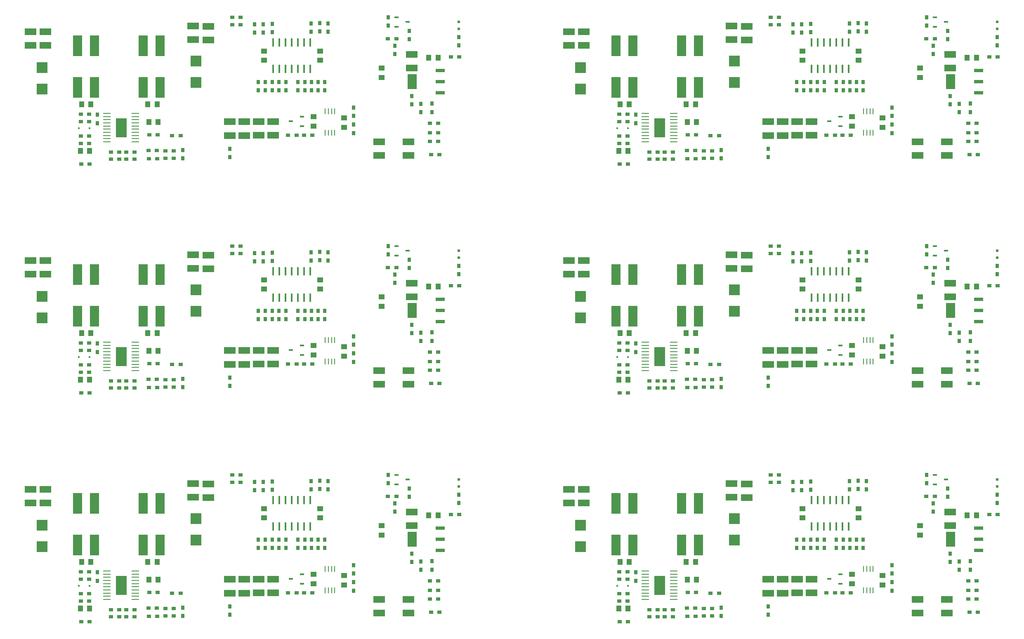
<source format=gbr>
G04 DipTrace 2.4.0.2*
%INTopPaste.gbr*%
%MOIN*%
%ADD27R,0.0236X0.0236*%
%ADD52R,0.0156X0.0707*%
%ADD54R,0.0077X0.0471*%
%ADD56R,0.0766X0.12*%
%ADD58R,0.0766X0.0294*%
%ADD60R,0.0904X0.1574*%
%ADD62R,0.0629X0.0077*%
%ADD64R,0.0766X0.1692*%
%ADD66R,0.0333X0.0176*%
%ADD76R,0.0156X0.0156*%
%ADD78R,0.0865X0.0865*%
%ADD80R,0.0314X0.0353*%
%ADD82R,0.0511X0.0432*%
%ADD84R,0.0432X0.0511*%
%ADD86R,0.0983X0.055*%
%ADD88R,0.0353X0.0314*%
%FSLAX44Y44*%
G04*
G70*
G90*
G75*
G01*
%LNTopPaste*%
%LPD*%
D88*
X9363Y2639D3*
X10032D3*
D86*
X17750Y4551D3*
Y5654D3*
X18921Y4551D3*
Y5654D3*
X20079Y4557D3*
Y5659D3*
X21230Y4557D3*
Y5659D3*
D88*
X11192Y2681D3*
X11861D3*
D84*
X6408Y3310D3*
X5660D3*
D88*
X11174Y3323D3*
X11843D3*
D84*
X11207Y5626D3*
X11955D3*
D82*
X26957Y5957D3*
Y5209D3*
X24492Y5311D3*
Y6059D3*
D86*
X14785Y12300D3*
Y13402D3*
X16003Y12282D3*
Y13384D3*
D84*
X5764Y7059D3*
X6512D3*
X11118Y7067D3*
X11866D3*
D80*
X20598Y8189D3*
Y8858D3*
X20440Y12876D3*
Y13546D3*
D86*
X2854Y12933D3*
Y11831D3*
X1635Y12937D3*
Y11835D3*
D80*
X24869Y8189D3*
Y8858D3*
X25003Y12957D3*
Y13626D3*
D84*
X34567Y10827D3*
X33819D3*
D86*
X32437Y10002D3*
Y11104D3*
D80*
X33187Y7102D3*
Y6433D3*
D82*
X20507Y10626D3*
Y11374D3*
X25052Y10626D3*
Y11374D3*
D86*
X29813Y2938D3*
Y4040D3*
X32188Y2938D3*
Y4040D3*
D82*
X30000Y9250D3*
Y9998D3*
D78*
X2587Y10031D3*
Y8299D3*
X15013Y10567D3*
Y8835D3*
D76*
X6414Y5150D3*
X5548D3*
D27*
X36240Y13750D3*
Y13159D3*
D66*
X31201Y14094D3*
Y13346D3*
X32106Y13720D3*
D88*
X8809Y3203D3*
X8140D3*
X8805Y2639D3*
X8136D3*
X10032Y3209D3*
X9363D3*
D80*
X13956Y3357D3*
Y2687D3*
D88*
X13212Y3306D3*
X12542D3*
X13210Y2690D3*
X12540D3*
X5699Y3908D3*
X6368D3*
X11250Y4596D3*
X11919D3*
X5711Y4494D3*
X6380D3*
X13757Y4550D3*
X13087D3*
X5705Y5674D3*
X6374D3*
X5719Y6261D3*
X6388D3*
X23750Y4562D3*
X24419D3*
X23125D3*
X22456D3*
D80*
X27753Y6126D3*
Y6795D3*
Y4750D3*
Y5420D3*
X21161Y8189D3*
Y8858D3*
X22260Y8189D3*
Y8858D3*
X20036Y8864D3*
Y8195D3*
X21190Y13564D3*
Y12895D3*
X21696Y8189D3*
Y8858D3*
X19752Y12876D3*
Y13546D3*
X24338Y8189D3*
Y8858D3*
X23252Y8189D3*
Y8858D3*
X25408Y8868D3*
Y8199D3*
X24315Y13608D3*
Y12939D3*
X23796Y8189D3*
Y8858D3*
X25690Y12939D3*
Y13608D3*
X31059Y11124D3*
Y11793D3*
D88*
X30522Y12372D3*
X31191D3*
X35591Y10906D3*
X36260D3*
D80*
X34062Y6451D3*
Y7120D3*
X32437Y7058D3*
Y7727D3*
X30541Y14094D3*
Y13425D3*
D88*
X18622Y13504D3*
X17953D3*
Y14094D3*
X18622D3*
X34000Y3000D3*
X34669D3*
X34563Y4063D3*
X33893D3*
D80*
X17756Y2815D3*
Y3484D3*
D88*
X34567Y4774D3*
X33898D3*
X34567Y5531D3*
X33898D3*
D80*
X32224Y12333D3*
Y13002D3*
X36250Y11841D3*
Y12510D3*
X7047Y6220D3*
Y5551D3*
D88*
X6398Y2224D3*
X5728D3*
D64*
X5445Y8441D3*
X6795D3*
Y11787D3*
X5445D3*
X10752Y8441D3*
X12102D3*
Y11787D3*
X10752D3*
D62*
X10105Y4031D3*
Y4287D3*
Y4543D3*
Y4799D3*
Y5055D3*
Y5311D3*
Y5567D3*
Y5823D3*
Y6079D3*
Y6335D3*
X7822D3*
Y6079D3*
Y5823D3*
Y5567D3*
Y5311D3*
Y5055D3*
Y4799D3*
Y4543D3*
Y4287D3*
Y4031D3*
D60*
X8964Y5183D3*
D58*
X34750Y7995D3*
Y8901D3*
Y9806D3*
D56*
X32467Y8901D3*
D54*
X25449Y4768D3*
X25705D3*
X25961D3*
X26217D3*
Y6500D3*
X25961D3*
X25705D3*
X25449D3*
D66*
X23565Y5313D3*
Y6061D3*
X22659Y5687D3*
D52*
X21252Y9939D3*
X21752D3*
X22252D3*
X22752D3*
X23252D3*
X23752D3*
X24252D3*
Y12065D3*
X23752D3*
X23252D3*
X22752D3*
X22252D3*
X21752D3*
X21252D3*
D88*
X52863Y2639D3*
X53532D3*
D86*
X61250Y4551D3*
Y5654D3*
X62421Y4551D3*
Y5654D3*
X63579Y4557D3*
Y5659D3*
X64730Y4557D3*
Y5659D3*
D88*
X54692Y2681D3*
X55361D3*
D84*
X49908Y3310D3*
X49160D3*
D88*
X54674Y3323D3*
X55343D3*
D84*
X54707Y5626D3*
X55455D3*
D82*
X70457Y5957D3*
Y5209D3*
X67992Y5311D3*
Y6059D3*
D86*
X58285Y12300D3*
Y13402D3*
X59503Y12282D3*
Y13384D3*
D84*
X49264Y7059D3*
X50012D3*
X54618Y7067D3*
X55366D3*
D80*
X64098Y8189D3*
Y8858D3*
X63940Y12876D3*
Y13546D3*
D86*
X46354Y12933D3*
Y11831D3*
X45135Y12937D3*
Y11835D3*
D80*
X68369Y8189D3*
Y8858D3*
X68503Y12957D3*
Y13626D3*
D84*
X78067Y10827D3*
X77319D3*
D86*
X75937Y10002D3*
Y11104D3*
D80*
X76687Y7102D3*
Y6433D3*
D82*
X64007Y10626D3*
Y11374D3*
X68552Y10626D3*
Y11374D3*
D86*
X73313Y2938D3*
Y4040D3*
X75688Y2938D3*
Y4040D3*
D82*
X73500Y9250D3*
Y9998D3*
D78*
X46087Y10031D3*
Y8299D3*
X58513Y10567D3*
Y8835D3*
D76*
X49914Y5150D3*
X49048D3*
D27*
X79740Y13750D3*
Y13159D3*
D66*
X74701Y14094D3*
Y13346D3*
X75606Y13720D3*
D88*
X52309Y3203D3*
X51640D3*
X52305Y2639D3*
X51636D3*
X53532Y3209D3*
X52863D3*
D80*
X57456Y3357D3*
Y2687D3*
D88*
X56712Y3306D3*
X56042D3*
X56710Y2690D3*
X56040D3*
X49199Y3908D3*
X49868D3*
X54750Y4596D3*
X55419D3*
X49211Y4494D3*
X49880D3*
X57257Y4550D3*
X56587D3*
X49205Y5674D3*
X49874D3*
X49219Y6261D3*
X49888D3*
X67250Y4562D3*
X67919D3*
X66625D3*
X65956D3*
D80*
X71253Y6126D3*
Y6795D3*
Y4750D3*
Y5420D3*
X64661Y8189D3*
Y8858D3*
X65760Y8189D3*
Y8858D3*
X63536Y8864D3*
Y8195D3*
X64690Y13564D3*
Y12895D3*
X65196Y8189D3*
Y8858D3*
X63252Y12876D3*
Y13546D3*
X67838Y8189D3*
Y8858D3*
X66752Y8189D3*
Y8858D3*
X68908Y8868D3*
Y8199D3*
X67815Y13608D3*
Y12939D3*
X67296Y8189D3*
Y8858D3*
X69190Y12939D3*
Y13608D3*
X74559Y11124D3*
Y11793D3*
D88*
X74022Y12372D3*
X74691D3*
X79091Y10906D3*
X79760D3*
D80*
X77562Y6451D3*
Y7120D3*
X75937Y7058D3*
Y7727D3*
X74041Y14094D3*
Y13425D3*
D88*
X62122Y13504D3*
X61453D3*
Y14094D3*
X62122D3*
X77500Y3000D3*
X78169D3*
X78063Y4063D3*
X77393D3*
D80*
X61256Y2815D3*
Y3484D3*
D88*
X78067Y4774D3*
X77398D3*
X78067Y5531D3*
X77398D3*
D80*
X75724Y12333D3*
Y13002D3*
X79750Y11841D3*
Y12510D3*
X50547Y6220D3*
Y5551D3*
D88*
X49898Y2224D3*
X49228D3*
D64*
X48945Y8441D3*
X50295D3*
Y11787D3*
X48945D3*
X54252Y8441D3*
X55602D3*
Y11787D3*
X54252D3*
D62*
X53605Y4031D3*
Y4287D3*
Y4543D3*
Y4799D3*
Y5055D3*
Y5311D3*
Y5567D3*
Y5823D3*
Y6079D3*
Y6335D3*
X51322D3*
Y6079D3*
Y5823D3*
Y5567D3*
Y5311D3*
Y5055D3*
Y4799D3*
Y4543D3*
Y4287D3*
Y4031D3*
D60*
X52464Y5183D3*
D58*
X78250Y7995D3*
Y8901D3*
Y9806D3*
D56*
X75967Y8901D3*
D54*
X68949Y4768D3*
X69205D3*
X69461D3*
X69717D3*
Y6500D3*
X69461D3*
X69205D3*
X68949D3*
D66*
X67065Y5313D3*
Y6061D3*
X66159Y5687D3*
D52*
X64752Y9939D3*
X65252D3*
X65752D3*
X66252D3*
X66752D3*
X67252D3*
X67752D3*
Y12065D3*
X67252D3*
X66752D3*
X66252D3*
X65752D3*
X65252D3*
X64752D3*
D88*
X9363Y21139D3*
X10032D3*
D86*
X17750Y23051D3*
Y24154D3*
X18921Y23051D3*
Y24154D3*
X20079Y23057D3*
Y24159D3*
X21230Y23057D3*
Y24159D3*
D88*
X11192Y21181D3*
X11861D3*
D84*
X6408Y21810D3*
X5660D3*
D88*
X11174Y21823D3*
X11843D3*
D84*
X11207Y24126D3*
X11955D3*
D82*
X26957Y24457D3*
Y23709D3*
X24492Y23811D3*
Y24559D3*
D86*
X14785Y30800D3*
Y31902D3*
X16003Y30782D3*
Y31884D3*
D84*
X5764Y25559D3*
X6512D3*
X11118Y25567D3*
X11866D3*
D80*
X20598Y26689D3*
Y27358D3*
X20440Y31376D3*
Y32046D3*
D86*
X2854Y31433D3*
Y30331D3*
X1635Y31437D3*
Y30335D3*
D80*
X24869Y26689D3*
Y27358D3*
X25003Y31457D3*
Y32126D3*
D84*
X34567Y29327D3*
X33819D3*
D86*
X32437Y28502D3*
Y29604D3*
D80*
X33187Y25602D3*
Y24933D3*
D82*
X20507Y29126D3*
Y29874D3*
X25052Y29126D3*
Y29874D3*
D86*
X29813Y21438D3*
Y22540D3*
X32188Y21438D3*
Y22540D3*
D82*
X30000Y27750D3*
Y28498D3*
D78*
X2587Y28531D3*
Y26799D3*
X15013Y29067D3*
Y27335D3*
D76*
X6414Y23650D3*
X5548D3*
D27*
X36240Y32250D3*
Y31659D3*
D66*
X31201Y32594D3*
Y31846D3*
X32106Y32220D3*
D88*
X8809Y21703D3*
X8140D3*
X8805Y21139D3*
X8136D3*
X10032Y21709D3*
X9363D3*
D80*
X13956Y21857D3*
Y21187D3*
D88*
X13212Y21806D3*
X12542D3*
X13210Y21190D3*
X12540D3*
X5699Y22408D3*
X6368D3*
X11250Y23096D3*
X11919D3*
X5711Y22994D3*
X6380D3*
X13757Y23050D3*
X13087D3*
X5705Y24174D3*
X6374D3*
X5719Y24761D3*
X6388D3*
X23750Y23062D3*
X24419D3*
X23125D3*
X22456D3*
D80*
X27753Y24626D3*
Y25295D3*
Y23250D3*
Y23920D3*
X21161Y26689D3*
Y27358D3*
X22260Y26689D3*
Y27358D3*
X20036Y27364D3*
Y26695D3*
X21190Y32064D3*
Y31395D3*
X21696Y26689D3*
Y27358D3*
X19752Y31376D3*
Y32046D3*
X24338Y26689D3*
Y27358D3*
X23252Y26689D3*
Y27358D3*
X25408Y27368D3*
Y26699D3*
X24315Y32108D3*
Y31439D3*
X23796Y26689D3*
Y27358D3*
X25690Y31439D3*
Y32108D3*
X31059Y29624D3*
Y30293D3*
D88*
X30522Y30872D3*
X31191D3*
X35591Y29406D3*
X36260D3*
D80*
X34062Y24951D3*
Y25620D3*
X32437Y25558D3*
Y26227D3*
X30541Y32594D3*
Y31925D3*
D88*
X18622Y32004D3*
X17953D3*
Y32594D3*
X18622D3*
X34000Y21500D3*
X34669D3*
X34563Y22563D3*
X33893D3*
D80*
X17756Y21315D3*
Y21984D3*
D88*
X34567Y23274D3*
X33898D3*
X34567Y24031D3*
X33898D3*
D80*
X32224Y30833D3*
Y31502D3*
X36250Y30341D3*
Y31010D3*
X7047Y24720D3*
Y24051D3*
D88*
X6398Y20724D3*
X5728D3*
D64*
X5445Y26941D3*
X6795D3*
Y30287D3*
X5445D3*
X10752Y26941D3*
X12102D3*
Y30287D3*
X10752D3*
D62*
X10105Y22531D3*
Y22787D3*
Y23043D3*
Y23299D3*
Y23555D3*
Y23811D3*
Y24067D3*
Y24323D3*
Y24579D3*
Y24835D3*
X7822D3*
Y24579D3*
Y24323D3*
Y24067D3*
Y23811D3*
Y23555D3*
Y23299D3*
Y23043D3*
Y22787D3*
Y22531D3*
D60*
X8964Y23683D3*
D58*
X34750Y26495D3*
Y27401D3*
Y28306D3*
D56*
X32467Y27401D3*
D54*
X25449Y23268D3*
X25705D3*
X25961D3*
X26217D3*
Y25000D3*
X25961D3*
X25705D3*
X25449D3*
D66*
X23565Y23813D3*
Y24561D3*
X22659Y24187D3*
D52*
X21252Y28439D3*
X21752D3*
X22252D3*
X22752D3*
X23252D3*
X23752D3*
X24252D3*
Y30565D3*
X23752D3*
X23252D3*
X22752D3*
X22252D3*
X21752D3*
X21252D3*
D88*
X52863Y21139D3*
X53532D3*
D86*
X61250Y23051D3*
Y24154D3*
X62421Y23051D3*
Y24154D3*
X63579Y23057D3*
Y24159D3*
X64730Y23057D3*
Y24159D3*
D88*
X54692Y21181D3*
X55361D3*
D84*
X49908Y21810D3*
X49160D3*
D88*
X54674Y21823D3*
X55343D3*
D84*
X54707Y24126D3*
X55455D3*
D82*
X70457Y24457D3*
Y23709D3*
X67992Y23811D3*
Y24559D3*
D86*
X58285Y30800D3*
Y31902D3*
X59503Y30782D3*
Y31884D3*
D84*
X49264Y25559D3*
X50012D3*
X54618Y25567D3*
X55366D3*
D80*
X64098Y26689D3*
Y27358D3*
X63940Y31376D3*
Y32046D3*
D86*
X46354Y31433D3*
Y30331D3*
X45135Y31437D3*
Y30335D3*
D80*
X68369Y26689D3*
Y27358D3*
X68503Y31457D3*
Y32126D3*
D84*
X78067Y29327D3*
X77319D3*
D86*
X75937Y28502D3*
Y29604D3*
D80*
X76687Y25602D3*
Y24933D3*
D82*
X64007Y29126D3*
Y29874D3*
X68552Y29126D3*
Y29874D3*
D86*
X73313Y21438D3*
Y22540D3*
X75688Y21438D3*
Y22540D3*
D82*
X73500Y27750D3*
Y28498D3*
D78*
X46087Y28531D3*
Y26799D3*
X58513Y29067D3*
Y27335D3*
D76*
X49914Y23650D3*
X49048D3*
D27*
X79740Y32250D3*
Y31659D3*
D66*
X74701Y32594D3*
Y31846D3*
X75606Y32220D3*
D88*
X52309Y21703D3*
X51640D3*
X52305Y21139D3*
X51636D3*
X53532Y21709D3*
X52863D3*
D80*
X57456Y21857D3*
Y21187D3*
D88*
X56712Y21806D3*
X56042D3*
X56710Y21190D3*
X56040D3*
X49199Y22408D3*
X49868D3*
X54750Y23096D3*
X55419D3*
X49211Y22994D3*
X49880D3*
X57257Y23050D3*
X56587D3*
X49205Y24174D3*
X49874D3*
X49219Y24761D3*
X49888D3*
X67250Y23062D3*
X67919D3*
X66625D3*
X65956D3*
D80*
X71253Y24626D3*
Y25295D3*
Y23250D3*
Y23920D3*
X64661Y26689D3*
Y27358D3*
X65760Y26689D3*
Y27358D3*
X63536Y27364D3*
Y26695D3*
X64690Y32064D3*
Y31395D3*
X65196Y26689D3*
Y27358D3*
X63252Y31376D3*
Y32046D3*
X67838Y26689D3*
Y27358D3*
X66752Y26689D3*
Y27358D3*
X68908Y27368D3*
Y26699D3*
X67815Y32108D3*
Y31439D3*
X67296Y26689D3*
Y27358D3*
X69190Y31439D3*
Y32108D3*
X74559Y29624D3*
Y30293D3*
D88*
X74022Y30872D3*
X74691D3*
X79091Y29406D3*
X79760D3*
D80*
X77562Y24951D3*
Y25620D3*
X75937Y25558D3*
Y26227D3*
X74041Y32594D3*
Y31925D3*
D88*
X62122Y32004D3*
X61453D3*
Y32594D3*
X62122D3*
X77500Y21500D3*
X78169D3*
X78063Y22563D3*
X77393D3*
D80*
X61256Y21315D3*
Y21984D3*
D88*
X78067Y23274D3*
X77398D3*
X78067Y24031D3*
X77398D3*
D80*
X75724Y30833D3*
Y31502D3*
X79750Y30341D3*
Y31010D3*
X50547Y24720D3*
Y24051D3*
D88*
X49898Y20724D3*
X49228D3*
D64*
X48945Y26941D3*
X50295D3*
Y30287D3*
X48945D3*
X54252Y26941D3*
X55602D3*
Y30287D3*
X54252D3*
D62*
X53605Y22531D3*
Y22787D3*
Y23043D3*
Y23299D3*
Y23555D3*
Y23811D3*
Y24067D3*
Y24323D3*
Y24579D3*
Y24835D3*
X51322D3*
Y24579D3*
Y24323D3*
Y24067D3*
Y23811D3*
Y23555D3*
Y23299D3*
Y23043D3*
Y22787D3*
Y22531D3*
D60*
X52464Y23683D3*
D58*
X78250Y26495D3*
Y27401D3*
Y28306D3*
D56*
X75967Y27401D3*
D54*
X68949Y23268D3*
X69205D3*
X69461D3*
X69717D3*
Y25000D3*
X69461D3*
X69205D3*
X68949D3*
D66*
X67065Y23813D3*
Y24561D3*
X66159Y24187D3*
D52*
X64752Y28439D3*
X65252D3*
X65752D3*
X66252D3*
X66752D3*
X67252D3*
X67752D3*
Y30565D3*
X67252D3*
X66752D3*
X66252D3*
X65752D3*
X65252D3*
X64752D3*
D88*
X9363Y39639D3*
X10032D3*
D86*
X17750Y41551D3*
Y42654D3*
X18921Y41551D3*
Y42654D3*
X20079Y41557D3*
Y42659D3*
X21230Y41557D3*
Y42659D3*
D88*
X11192Y39681D3*
X11861D3*
D84*
X6408Y40310D3*
X5660D3*
D88*
X11174Y40323D3*
X11843D3*
D84*
X11207Y42626D3*
X11955D3*
D82*
X26957Y42957D3*
Y42209D3*
X24492Y42311D3*
Y43059D3*
D86*
X14785Y49300D3*
Y50402D3*
X16003Y49282D3*
Y50384D3*
D84*
X5764Y44059D3*
X6512D3*
X11118Y44067D3*
X11866D3*
D80*
X20598Y45189D3*
Y45858D3*
X20440Y49876D3*
Y50546D3*
D86*
X2854Y49933D3*
Y48831D3*
X1635Y49937D3*
Y48835D3*
D80*
X24869Y45189D3*
Y45858D3*
X25003Y49957D3*
Y50626D3*
D84*
X34567Y47827D3*
X33819D3*
D86*
X32437Y47002D3*
Y48104D3*
D80*
X33187Y44102D3*
Y43433D3*
D82*
X20507Y47626D3*
Y48374D3*
X25052Y47626D3*
Y48374D3*
D86*
X29813Y39938D3*
Y41040D3*
X32188Y39938D3*
Y41040D3*
D82*
X30000Y46250D3*
Y46998D3*
D78*
X2587Y47031D3*
Y45299D3*
X15013Y47567D3*
Y45835D3*
D76*
X6414Y42150D3*
X5548D3*
D27*
X36240Y50750D3*
Y50159D3*
D66*
X31201Y51094D3*
Y50346D3*
X32106Y50720D3*
D88*
X8809Y40203D3*
X8140D3*
X8805Y39639D3*
X8136D3*
X10032Y40209D3*
X9363D3*
D80*
X13956Y40357D3*
Y39687D3*
D88*
X13212Y40306D3*
X12542D3*
X13210Y39690D3*
X12540D3*
X5699Y40908D3*
X6368D3*
X11250Y41596D3*
X11919D3*
X5711Y41494D3*
X6380D3*
X13757Y41550D3*
X13087D3*
X5705Y42674D3*
X6374D3*
X5719Y43261D3*
X6388D3*
X23750Y41562D3*
X24419D3*
X23125D3*
X22456D3*
D80*
X27753Y43126D3*
Y43795D3*
Y41750D3*
Y42420D3*
X21161Y45189D3*
Y45858D3*
X22260Y45189D3*
Y45858D3*
X20036Y45864D3*
Y45195D3*
X21190Y50564D3*
Y49895D3*
X21696Y45189D3*
Y45858D3*
X19752Y49876D3*
Y50546D3*
X24338Y45189D3*
Y45858D3*
X23252Y45189D3*
Y45858D3*
X25408Y45868D3*
Y45199D3*
X24315Y50608D3*
Y49939D3*
X23796Y45189D3*
Y45858D3*
X25690Y49939D3*
Y50608D3*
X31059Y48124D3*
Y48793D3*
D88*
X30522Y49372D3*
X31191D3*
X35591Y47906D3*
X36260D3*
D80*
X34062Y43451D3*
Y44120D3*
X32437Y44058D3*
Y44727D3*
X30541Y51094D3*
Y50425D3*
D88*
X18622Y50504D3*
X17953D3*
Y51094D3*
X18622D3*
X34000Y40000D3*
X34669D3*
X34563Y41063D3*
X33893D3*
D80*
X17756Y39815D3*
Y40484D3*
D88*
X34567Y41774D3*
X33898D3*
X34567Y42531D3*
X33898D3*
D80*
X32224Y49333D3*
Y50002D3*
X36250Y48841D3*
Y49510D3*
X7047Y43220D3*
Y42551D3*
D88*
X6398Y39224D3*
X5728D3*
D64*
X5445Y45441D3*
X6795D3*
Y48787D3*
X5445D3*
X10752Y45441D3*
X12102D3*
Y48787D3*
X10752D3*
D62*
X10105Y41031D3*
Y41287D3*
Y41543D3*
Y41799D3*
Y42055D3*
Y42311D3*
Y42567D3*
Y42823D3*
Y43079D3*
Y43335D3*
X7822D3*
Y43079D3*
Y42823D3*
Y42567D3*
Y42311D3*
Y42055D3*
Y41799D3*
Y41543D3*
Y41287D3*
Y41031D3*
D60*
X8964Y42183D3*
D58*
X34750Y44995D3*
Y45901D3*
Y46806D3*
D56*
X32467Y45901D3*
D54*
X25449Y41768D3*
X25705D3*
X25961D3*
X26217D3*
Y43500D3*
X25961D3*
X25705D3*
X25449D3*
D66*
X23565Y42313D3*
Y43061D3*
X22659Y42687D3*
D52*
X21252Y46939D3*
X21752D3*
X22252D3*
X22752D3*
X23252D3*
X23752D3*
X24252D3*
Y49065D3*
X23752D3*
X23252D3*
X22752D3*
X22252D3*
X21752D3*
X21252D3*
D88*
X52863Y39639D3*
X53532D3*
D86*
X61250Y41551D3*
Y42654D3*
X62421Y41551D3*
Y42654D3*
X63579Y41557D3*
Y42659D3*
X64730Y41557D3*
Y42659D3*
D88*
X54692Y39681D3*
X55361D3*
D84*
X49908Y40310D3*
X49160D3*
D88*
X54674Y40323D3*
X55343D3*
D84*
X54707Y42626D3*
X55455D3*
D82*
X70457Y42957D3*
Y42209D3*
X67992Y42311D3*
Y43059D3*
D86*
X58285Y49300D3*
Y50402D3*
X59503Y49282D3*
Y50384D3*
D84*
X49264Y44059D3*
X50012D3*
X54618Y44067D3*
X55366D3*
D80*
X64098Y45189D3*
Y45858D3*
X63940Y49876D3*
Y50546D3*
D86*
X46354Y49933D3*
Y48831D3*
X45135Y49937D3*
Y48835D3*
D80*
X68369Y45189D3*
Y45858D3*
X68503Y49957D3*
Y50626D3*
D84*
X78067Y47827D3*
X77319D3*
D86*
X75937Y47002D3*
Y48104D3*
D80*
X76687Y44102D3*
Y43433D3*
D82*
X64007Y47626D3*
Y48374D3*
X68552Y47626D3*
Y48374D3*
D86*
X73313Y39938D3*
Y41040D3*
X75688Y39938D3*
Y41040D3*
D82*
X73500Y46250D3*
Y46998D3*
D78*
X46087Y47031D3*
Y45299D3*
X58513Y47567D3*
Y45835D3*
D76*
X49914Y42150D3*
X49048D3*
D27*
X79740Y50750D3*
Y50159D3*
D66*
X74701Y51094D3*
Y50346D3*
X75606Y50720D3*
D88*
X52309Y40203D3*
X51640D3*
X52305Y39639D3*
X51636D3*
X53532Y40209D3*
X52863D3*
D80*
X57456Y40357D3*
Y39687D3*
D88*
X56712Y40306D3*
X56042D3*
X56710Y39690D3*
X56040D3*
X49199Y40908D3*
X49868D3*
X54750Y41596D3*
X55419D3*
X49211Y41494D3*
X49880D3*
X57257Y41550D3*
X56587D3*
X49205Y42674D3*
X49874D3*
X49219Y43261D3*
X49888D3*
X67250Y41562D3*
X67919D3*
X66625D3*
X65956D3*
D80*
X71253Y43126D3*
Y43795D3*
Y41750D3*
Y42420D3*
X64661Y45189D3*
Y45858D3*
X65760Y45189D3*
Y45858D3*
X63536Y45864D3*
Y45195D3*
X64690Y50564D3*
Y49895D3*
X65196Y45189D3*
Y45858D3*
X63252Y49876D3*
Y50546D3*
X67838Y45189D3*
Y45858D3*
X66752Y45189D3*
Y45858D3*
X68908Y45868D3*
Y45199D3*
X67815Y50608D3*
Y49939D3*
X67296Y45189D3*
Y45858D3*
X69190Y49939D3*
Y50608D3*
X74559Y48124D3*
Y48793D3*
D88*
X74022Y49372D3*
X74691D3*
X79091Y47906D3*
X79760D3*
D80*
X77562Y43451D3*
Y44120D3*
X75937Y44058D3*
Y44727D3*
X74041Y51094D3*
Y50425D3*
D88*
X62122Y50504D3*
X61453D3*
Y51094D3*
X62122D3*
X77500Y40000D3*
X78169D3*
X78063Y41063D3*
X77393D3*
D80*
X61256Y39815D3*
Y40484D3*
D88*
X78067Y41774D3*
X77398D3*
X78067Y42531D3*
X77398D3*
D80*
X75724Y49333D3*
Y50002D3*
X79750Y48841D3*
Y49510D3*
X50547Y43220D3*
Y42551D3*
D88*
X49898Y39224D3*
X49228D3*
D64*
X48945Y45441D3*
X50295D3*
Y48787D3*
X48945D3*
X54252Y45441D3*
X55602D3*
Y48787D3*
X54252D3*
D62*
X53605Y41031D3*
Y41287D3*
Y41543D3*
Y41799D3*
Y42055D3*
Y42311D3*
Y42567D3*
Y42823D3*
Y43079D3*
Y43335D3*
X51322D3*
Y43079D3*
Y42823D3*
Y42567D3*
Y42311D3*
Y42055D3*
Y41799D3*
Y41543D3*
Y41287D3*
Y41031D3*
D60*
X52464Y42183D3*
D58*
X78250Y44995D3*
Y45901D3*
Y46806D3*
D56*
X75967Y45901D3*
D54*
X68949Y41768D3*
X69205D3*
X69461D3*
X69717D3*
Y43500D3*
X69461D3*
X69205D3*
X68949D3*
D66*
X67065Y42313D3*
Y43061D3*
X66159Y42687D3*
D52*
X64752Y46939D3*
X65252D3*
X65752D3*
X66252D3*
X66752D3*
X67252D3*
X67752D3*
Y49065D3*
X67252D3*
X66752D3*
X66252D3*
X65752D3*
X65252D3*
X64752D3*
M02*

</source>
